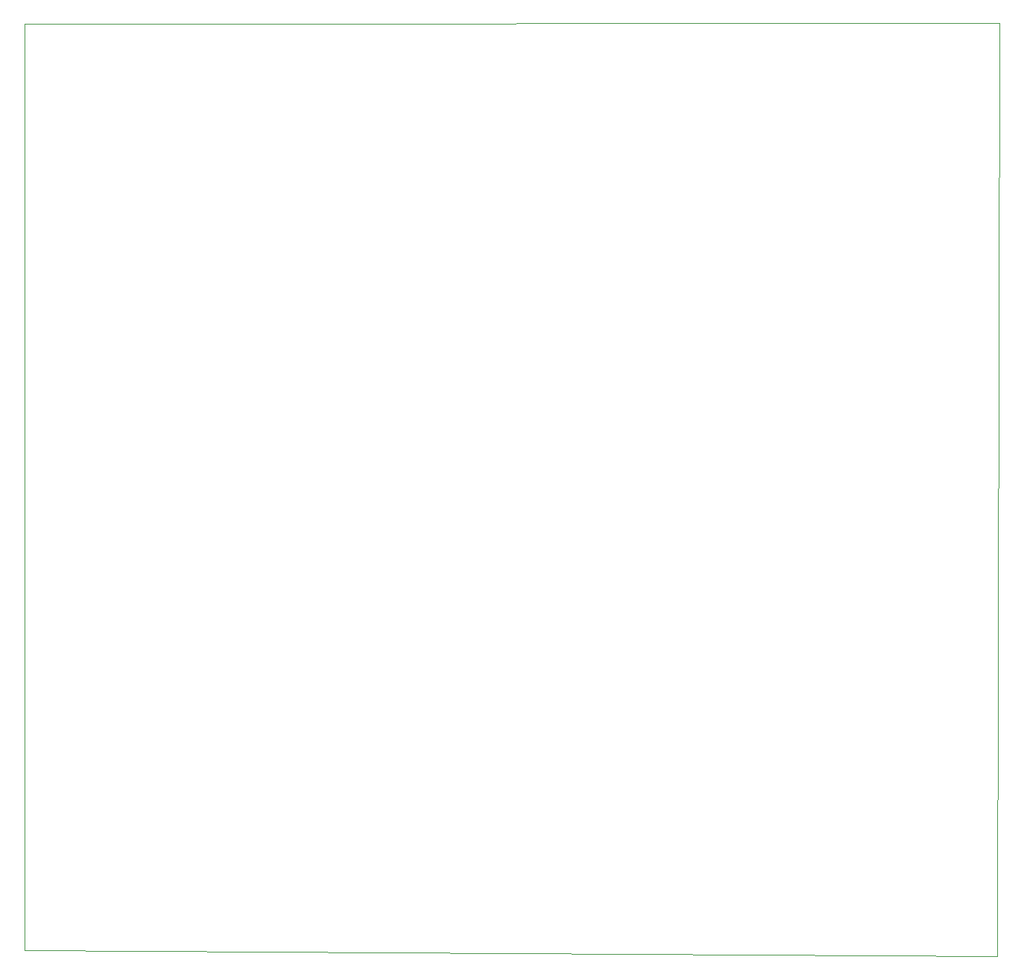
<source format=gbr>
%TF.GenerationSoftware,Altium Limited,Altium Designer,22.0.2 (36)*%
G04 Layer_Color=0*
%FSLAX26Y26*%
%MOIN*%
%TF.SameCoordinates,7C2B3453-B62B-4687-BB94-77A5B7653B1A*%
%TF.FilePolarity,Positive*%
%TF.FileFunction,Profile,NP*%
%TF.Part,CustomerPanel*%
G01*
G75*
%TA.AperFunction,Profile*%
%ADD36C,0.001000*%
D36*
X-2140000Y-2119035D02*
X-2140000Y2033606D01*
X2226357Y2038217D01*
X2216361Y-2146753D01*
X-2140000Y-2119035D01*
%TF.MD5,dbfffd5af5e904655af5beda70892682*%
M02*

</source>
